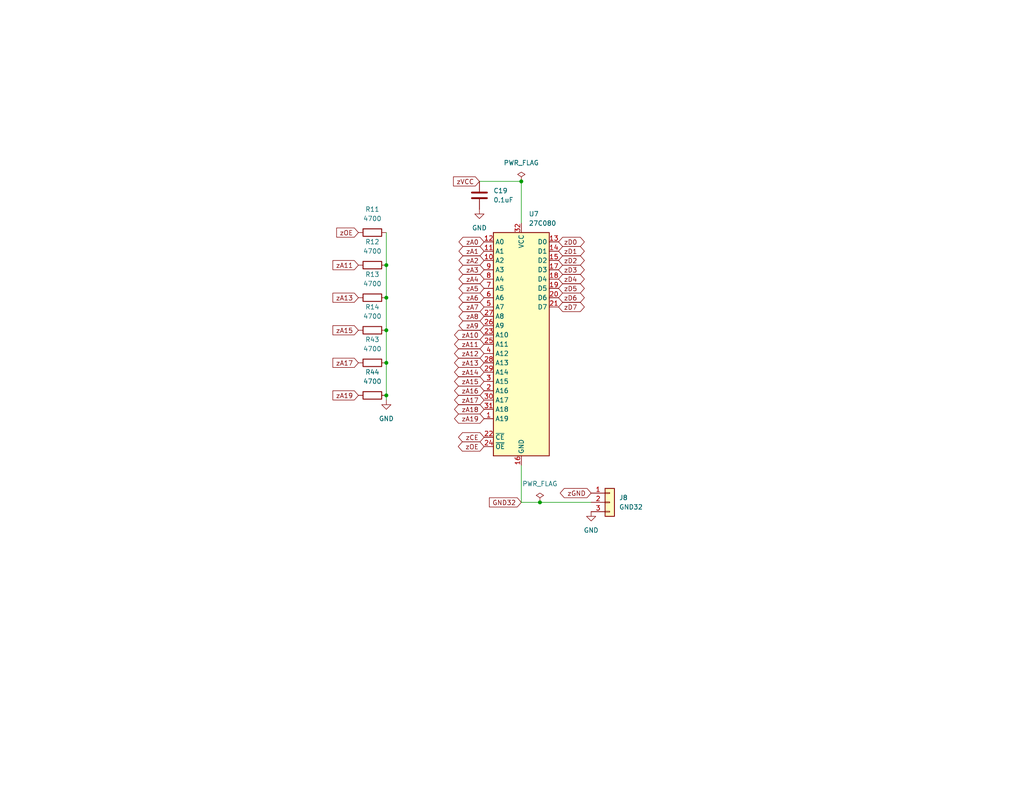
<source format=kicad_sch>
(kicad_sch (version 20211123) (generator eeschema)
  (paper "A")
  (lib_symbols
    (symbol "Connector_Generic:Conn_01x03" (pin_names (offset 1.016) hide)
      (property "Reference" "J" (at 0 5.08 0))
      (property "Value" "Conn_01x03" (at 0 -5.08 0))
      (symbol "Conn_01x03_1_1"
        (rectangle (start -1.27 -2.413) (end 0 -2.667) (stroke (width 0.1524)))
        (rectangle (start -1.27 0.127) (end 0 -0.127) (stroke (width 0.1524)))
        (rectangle (start -1.27 2.667) (end 0 2.413) (stroke (width 0.1524)))
        (rectangle (start -1.27 3.81) (end 1.27 -3.81) (stroke (width 0.254)) (fill (type background)))
        (pin passive line (at -5.08 2.54 0) (length 3.81) (name "Pin_1") (number "1"))
        (pin passive line (at -5.08 0 0) (length 3.81) (name "Pin_2") (number "2"))
        (pin passive line (at -5.08 -2.54 0) (length 3.81) (name "Pin_3") (number "3"))
      )
    )
    (symbol "Device:C" (pin_numbers hide) (pin_names (offset 0.254))
      (property "Reference" "C" (at 0.635 2.54 0))
      (property "Value" "C" (at 0.635 -2.54 0))
      (symbol "C_0_1"
        (polyline (pts (xy -2.032 -0.762) (xy 2.032 -0.762)) (stroke (width 0.508)))
        (polyline (pts (xy -2.032 0.762) (xy 2.032 0.762)) (stroke (width 0.508)))
      )
      (symbol "C_1_1"
        (pin passive line (at 0 3.81 270) (length 2.794) (name "~") (number "1"))
        (pin passive line (at 0 -3.81 90) (length 2.794) (name "~") (number "2"))
      )
    )
    (symbol "Device:R" (pin_numbers hide) (pin_names (offset 0))
      (property "Reference" "R" (at 2.032 0 90))
      (property "Value" "R" (at 0 0 90))
      (symbol "R_0_1"
        (rectangle (start -1.016 -2.54) (end 1.016 2.54) (stroke (width 0.254)))
      )
      (symbol "R_1_1"
        (pin passive line (at 0 3.81 270) (length 1.27) (name "~") (number "1"))
        (pin passive line (at 0 -3.81 90) (length 1.27) (name "~") (number "2"))
      )
    )
    (symbol "Memory_EPROM:27C080"
      (property "Reference" "U" (at -7.62 31.75 0))
      (property "Value" "27C080" (at 2.54 -31.75 0))
      (symbol "27C080_1_1"
        (rectangle (start -7.62 30.48) (end 7.62 -30.48) (stroke (width 0.254)) (fill (type background)))
        (pin input line (at -10.16 -20.32 0) (length 2.54) (name "A19") (number "1"))
        (pin input line (at -10.16 22.86 0) (length 2.54) (name "A2") (number "10"))
        (pin input line (at -10.16 25.4 0) (length 2.54) (name "A1") (number "11"))
        (pin input line (at -10.16 27.94 0) (length 2.54) (name "A0") (number "12"))
        (pin tri_state line (at 10.16 27.94 180) (length 2.54) (name "D0") (number "13"))
        (pin tri_state line (at 10.16 25.4 180) (length 2.54) (name "D1") (number "14"))
        (pin tri_state line (at 10.16 22.86 180) (length 2.54) (name "D2") (number "15"))
        (pin power_in line (at 0 -33.02 90) (length 2.54) (name "GND") (number "16"))
        (pin tri_state line (at 10.16 20.32 180) (length 2.54) (name "D3") (number "17"))
        (pin tri_state line (at 10.16 17.78 180) (length 2.54) (name "D4") (number "18"))
        (pin tri_state line (at 10.16 15.24 180) (length 2.54) (name "D5") (number "19"))
        (pin input line (at -10.16 -12.7 0) (length 2.54) (name "A16") (number "2"))
        (pin tri_state line (at 10.16 12.7 180) (length 2.54) (name "D6") (number "20"))
        (pin tri_state line (at 10.16 10.16 180) (length 2.54) (name "D7") (number "21"))
        (pin input line (at -10.16 -25.4 0) (length 2.54) (name "~{CE}") (number "22"))
        (pin input line (at -10.16 2.54 0) (length 2.54) (name "A10") (number "23"))
        (pin input line (at -10.16 -27.94 0) (length 2.54) (name "~{OE}") (number "24"))
        (pin input line (at -10.16 0 0) (length 2.54) (name "A11") (number "25"))
        (pin input line (at -10.16 5.08 0) (length 2.54) (name "A9") (number "26"))
        (pin input line (at -10.16 7.62 0) (length 2.54) (name "A8") (number "27"))
        (pin input line (at -10.16 -5.08 0) (length 2.54) (name "A13") (number "28"))
        (pin input line (at -10.16 -7.62 0) (length 2.54) (name "A14") (number "29"))
        (pin input line (at -10.16 -10.16 0) (length 2.54) (name "A15") (number "3"))
        (pin input line (at -10.16 -15.24 0) (length 2.54) (name "A17") (number "30"))
        (pin input line (at -10.16 -17.78 0) (length 2.54) (name "A18") (number "31"))
        (pin power_in line (at 0 33.02 270) (length 2.54) (name "VCC") (number "32"))
        (pin input line (at -10.16 -2.54 0) (length 2.54) (name "A12") (number "4"))
        (pin input line (at -10.16 10.16 0) (length 2.54) (name "A7") (number "5"))
        (pin input line (at -10.16 12.7 0) (length 2.54) (name "A6") (number "6"))
        (pin input line (at -10.16 15.24 0) (length 2.54) (name "A5") (number "7"))
        (pin input line (at -10.16 17.78 0) (length 2.54) (name "A4") (number "8"))
        (pin input line (at -10.16 20.32 0) (length 2.54) (name "A3") (number "9"))
      )
    )
    (symbol "power:GND" (power) (pin_names (offset 0))
      (property "Value" "GND" (at 0 -3.81 0))
      (symbol "GND_0_1"
        (polyline (pts (xy 0 0) (xy 0 -1.27) (xy 1.27 -1.27) (xy 0 -2.54) (xy -1.27 -1.27) (xy 0 -1.27)))
      )
      (symbol "GND_1_1"
        (pin power_in line (at 0 0 270) (length 0) hide (name "GND") (number "1"))
      )
    )
    (symbol "power:PWR_FLAG" (power) (pin_numbers hide) (pin_names (offset 0) hide)
      (property "Value" "PWR_FLAG" (at 0 3.81 0))
      (symbol "PWR_FLAG_0_0"
        (pin power_out line (at 0 0 90) (length 0) (name "pwr") (number "1"))
      )
      (symbol "PWR_FLAG_0_1"
        (polyline (pts (xy 0 0) (xy 0 1.27) (xy -1.016 1.905) (xy 0 2.54) (xy 1.016 1.905) (xy 0 1.27)))
      )
    )
  )
  (junction (at 105.41 81.28))
  (junction (at 105.41 90.17))
  (junction (at 147.32 137.16))
  (junction (at 105.41 107.95))
  (junction (at 142.24 49.53))
  (junction (at 105.41 99.06))
  (junction (at 105.41 72.39))
  (wire (pts (xy 105.41 107.95) (xy 105.41 109.22)))
  (wire (pts (xy 142.24 60.96) (xy 142.24 49.53)))
  (wire (pts (xy 105.41 72.39) (xy 105.41 81.28)))
  (wire (pts (xy 105.41 81.28) (xy 105.41 90.17)))
  (wire (pts (xy 142.24 137.16) (xy 147.32 137.16)))
  (wire (pts (xy 147.32 137.16) (xy 161.29 137.16)))
  (wire (pts (xy 130.81 49.53) (xy 142.24 49.53)))
  (wire (pts (xy 105.41 90.17) (xy 105.41 99.06)))
  (wire (pts (xy 105.41 99.06) (xy 105.41 107.95)))
  (wire (pts (xy 142.24 137.16) (xy 142.24 127)))
  (wire (pts (xy 105.41 63.5) (xy 105.41 72.39)))
  (global_label "zA13" (shape input) (at 97.79 81.28 180) (property "Intersheet References" "${INTERSHEET_REFS}" (effects hide)))
  (global_label "zD3" (shape bidirectional) (at 152.4 73.66 0) (property "Intersheet References" "${INTERSHEET_REFS}" (effects hide)))
  (global_label "zA9" (shape bidirectional) (at 132.08 88.9 180) (property "Intersheet References" "${INTERSHEET_REFS}" (effects hide)))
  (global_label "zA4" (shape bidirectional) (at 132.08 76.2 180) (property "Intersheet References" "${INTERSHEET_REFS}" (effects hide)))
  (global_label "zGND" (shape bidirectional) (at 161.29 134.62 180) (property "Intersheet References" "${INTERSHEET_REFS}" (effects hide)))
  (global_label "zA1" (shape bidirectional) (at 132.08 68.58 180) (property "Intersheet References" "${INTERSHEET_REFS}" (effects hide)))
  (global_label "zA15" (shape bidirectional) (at 132.08 104.14 180) (property "Intersheet References" "${INTERSHEET_REFS}" (effects hide)))
  (global_label "zCE" (shape bidirectional) (at 132.08 119.38 180) (property "Intersheet References" "${INTERSHEET_REFS}" (effects hide)))
  (global_label "zA17" (shape input) (at 97.79 99.06 180) (property "Intersheet References" "${INTERSHEET_REFS}" (effects hide)))
  (global_label "zA15" (shape input) (at 97.79 90.17 180) (property "Intersheet References" "${INTERSHEET_REFS}" (effects hide)))
  (global_label "GND32" (shape input) (at 142.24 137.16 180) (property "Intersheet References" "${INTERSHEET_REFS}" (effects hide)))
  (global_label "zA6" (shape bidirectional) (at 132.08 81.28 180) (property "Intersheet References" "${INTERSHEET_REFS}" (effects hide)))
  (global_label "zA11" (shape bidirectional) (at 132.08 93.98 180) (property "Intersheet References" "${INTERSHEET_REFS}" (effects hide)))
  (global_label "zD7" (shape bidirectional) (at 152.4 83.82 0) (property "Intersheet References" "${INTERSHEET_REFS}" (effects hide)))
  (global_label "zA18" (shape bidirectional) (at 132.08 111.76 180) (property "Intersheet References" "${INTERSHEET_REFS}" (effects hide)))
  (global_label "zD6" (shape bidirectional) (at 152.4 81.28 0) (property "Intersheet References" "${INTERSHEET_REFS}" (effects hide)))
  (global_label "zD4" (shape bidirectional) (at 152.4 76.2 0) (property "Intersheet References" "${INTERSHEET_REFS}" (effects hide)))
  (global_label "zA13" (shape bidirectional) (at 132.08 99.06 180) (property "Intersheet References" "${INTERSHEET_REFS}" (effects hide)))
  (global_label "zVCC" (shape input) (at 130.81 49.53 180) (property "Intersheet References" "${INTERSHEET_REFS}" (effects hide)))
  (global_label "zA19" (shape input) (at 97.79 107.95 180) (property "Intersheet References" "${INTERSHEET_REFS}" (effects hide)))
  (global_label "zA7" (shape bidirectional) (at 132.08 83.82 180) (property "Intersheet References" "${INTERSHEET_REFS}" (effects hide)))
  (global_label "zA5" (shape bidirectional) (at 132.08 78.74 180) (property "Intersheet References" "${INTERSHEET_REFS}" (effects hide)))
  (global_label "zA0" (shape bidirectional) (at 132.08 66.04 180) (property "Intersheet References" "${INTERSHEET_REFS}" (effects hide)))
  (global_label "zA16" (shape bidirectional) (at 132.08 106.68 180) (property "Intersheet References" "${INTERSHEET_REFS}" (effects hide)))
  (global_label "zA11" (shape input) (at 97.79 72.39 180) (property "Intersheet References" "${INTERSHEET_REFS}" (effects hide)))
  (global_label "zD1" (shape bidirectional) (at 152.4 68.58 0) (property "Intersheet References" "${INTERSHEET_REFS}" (effects hide)))
  (global_label "zA8" (shape bidirectional) (at 132.08 86.36 180) (property "Intersheet References" "${INTERSHEET_REFS}" (effects hide)))
  (global_label "zA12" (shape bidirectional) (at 132.08 96.52 180) (property "Intersheet References" "${INTERSHEET_REFS}" (effects hide)))
  (global_label "zA17" (shape bidirectional) (at 132.08 109.22 180) (property "Intersheet References" "${INTERSHEET_REFS}" (effects hide)))
  (global_label "zOE" (shape bidirectional) (at 132.08 121.92 180) (property "Intersheet References" "${INTERSHEET_REFS}" (effects hide)))
  (global_label "zA19" (shape bidirectional) (at 132.08 114.3 180) (property "Intersheet References" "${INTERSHEET_REFS}" (effects hide)))
  (global_label "zD2" (shape bidirectional) (at 152.4 71.12 0) (property "Intersheet References" "${INTERSHEET_REFS}" (effects hide)))
  (global_label "zOE" (shape input) (at 97.79 63.5 180) (property "Intersheet References" "${INTERSHEET_REFS}" (effects hide)))
  (global_label "zA2" (shape bidirectional) (at 132.08 71.12 180) (property "Intersheet References" "${INTERSHEET_REFS}" (effects hide)))
  (global_label "zA14" (shape bidirectional) (at 132.08 101.6 180) (property "Intersheet References" "${INTERSHEET_REFS}" (effects hide)))
  (global_label "zA10" (shape bidirectional) (at 132.08 91.44 180) (property "Intersheet References" "${INTERSHEET_REFS}" (effects hide)))
  (global_label "zD5" (shape bidirectional) (at 152.4 78.74 0) (property "Intersheet References" "${INTERSHEET_REFS}" (effects hide)))
  (global_label "zD0" (shape bidirectional) (at 152.4 66.04 0) (property "Intersheet References" "${INTERSHEET_REFS}" (effects hide)))
  (global_label "zA3" (shape bidirectional) (at 132.08 73.66 180) (property "Intersheet References" "${INTERSHEET_REFS}" (effects hide)))
  (symbol (lib_id "Device:R") (at 101.6 107.95 90) (unit 1)
    (property "Reference" "R44" (at 101.6 101.6 90))
    (property "Value" "4700" (at 101.6 104.14 90))
    (property "Footprint" "Resistor_THT:R_Axial_DIN0207_L6.3mm_D2.5mm_P7.62mm_Horizontal" (effects hide))
  )
  (symbol (lib_id "power:PWR_FLAG") (at 147.32 137.16 0) (unit 1)
    (property "Reference" "#FLG02" (effects hide))
    (property "Value" "PWR_FLAG" (at 147.32 132.08 0))
  )
  (symbol (lib_id "power:GND") (at 161.29 139.7 0) (unit 1)
    (property "Reference" "#PWR013" (effects hide))
    (property "Value" "GND" (at 161.29 144.78 0))
  )
  (symbol (lib_id "power:GND") (at 105.41 109.22 0) (unit 1)
    (property "Reference" "#PWR014" (effects hide))
    (property "Value" "GND" (at 105.41 114.3 0))
  )
  (symbol (lib_id "power:GND") (at 130.81 57.15 0) (unit 1)
    (property "Reference" "#PWR033" (effects hide))
    (property "Value" "GND" (at 130.81 62.23 0))
  )
  (symbol (lib_id "Connector_Generic:Conn_01x03") (at 166.37 137.16 0) (unit 1)
    (property "Reference" "J8" (at 168.91 135.8899 0) (effects (justify left)))
    (property "Value" "GND32" (at 168.91 138.4299 0) (effects (justify left)))
    (property "Footprint" "Connector_PinHeader_2.54mm:PinHeader_1x03_P2.54mm_Vertical" (effects hide))
  )
  (symbol (lib_id "Device:R") (at 101.6 90.17 90) (unit 1)
    (property "Reference" "R14" (at 101.6 83.82 90))
    (property "Value" "4700" (at 101.6 86.36 90))
    (property "Footprint" "Resistor_THT:R_Axial_DIN0207_L6.3mm_D2.5mm_P7.62mm_Horizontal" (effects hide))
  )
  (symbol (lib_id "Device:R") (at 101.6 72.39 90) (unit 1)
    (property "Reference" "R12" (at 101.6 66.04 90))
    (property "Value" "4700" (at 101.6 68.58 90))
    (property "Footprint" "Resistor_THT:R_Axial_DIN0207_L6.3mm_D2.5mm_P7.62mm_Horizontal" (effects hide))
  )
  (symbol (lib_id "Device:C") (at 130.81 53.34 0) (unit 1)
    (property "Reference" "C19" (at 134.62 52.0699 0) (effects (justify left)))
    (property "Value" "0.1uF" (at 134.62 54.6099 0) (effects (justify left)))
    (property "Footprint" "Capacitor_THT:C_Disc_D5.0mm_W2.5mm_P5.00mm" (effects hide))
  )
  (symbol (lib_id "Device:R") (at 101.6 81.28 90) (unit 1)
    (property "Reference" "R13" (at 101.6 74.93 90))
    (property "Value" "4700" (at 101.6 77.47 90))
    (property "Footprint" "Resistor_THT:R_Axial_DIN0207_L6.3mm_D2.5mm_P7.62mm_Horizontal" (effects hide))
  )
  (symbol (lib_id "Memory_EPROM:27C080") (at 142.24 93.98 0) (unit 1)
    (property "Reference" "U7" (at 144.2594 58.42 0) (effects (justify left)))
    (property "Value" "27C080" (at 144.2594 60.96 0) (effects (justify left)))
    (property "Footprint" "Socket:DIP_Socket-32_W11.9_W12.7_W15.24_W17.78_W18.5_3M_232-1285-00-0602J" (effects hide))
    (property "Datasheet" "http://ww1.microchip.com/downloads/en/devicedoc/doc0360.pdf" (effects hide))
  )
  (symbol (lib_id "Device:R") (at 101.6 63.5 90) (unit 1)
    (property "Reference" "R11" (at 101.6 57.15 90))
    (property "Value" "4700" (at 101.6 59.69 90))
    (property "Footprint" "Resistor_THT:R_Axial_DIN0207_L6.3mm_D2.5mm_P7.62mm_Horizontal" (effects hide))
  )
  (symbol (lib_id "Device:R") (at 101.6 99.06 90) (unit 1)
    (property "Reference" "R43" (at 101.6 92.71 90))
    (property "Value" "4700" (at 101.6 95.25 90))
    (property "Footprint" "Resistor_THT:R_Axial_DIN0207_L6.3mm_D2.5mm_P7.62mm_Horizontal" (effects hide))
  )
  (symbol (lib_id "power:PWR_FLAG") (at 142.24 49.53 0) (unit 1)
    (property "Reference" "#FLG0101" (effects hide))
    (property "Value" "PWR_FLAG" (at 142.24 44.45 0))
  )
)
</source>
